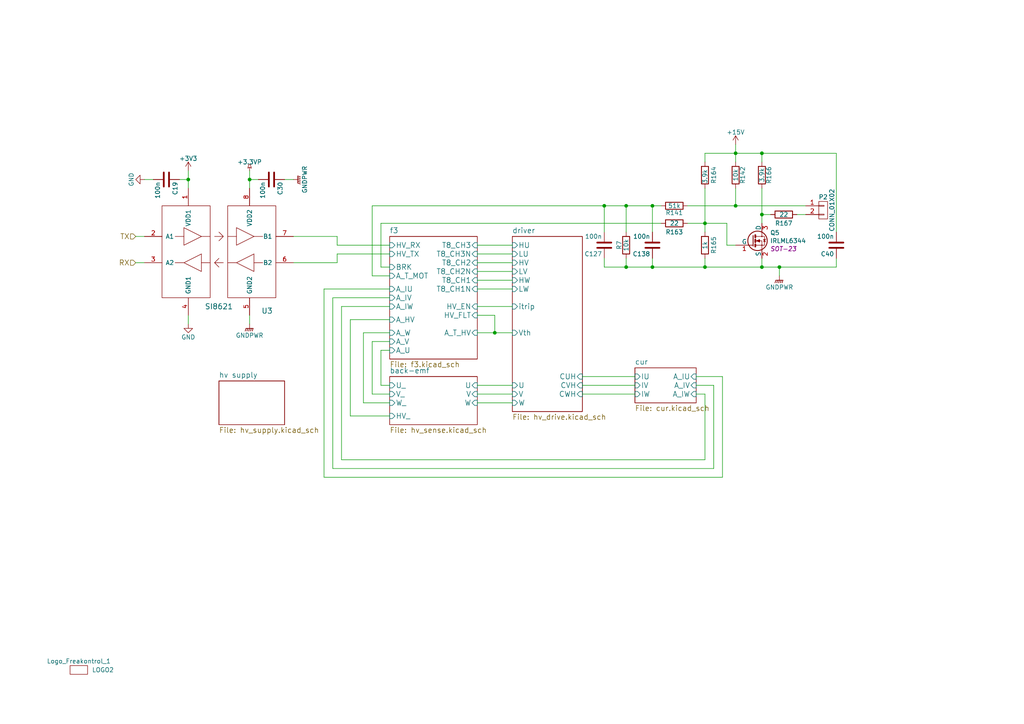
<source format=kicad_sch>
(kicad_sch (version 20231120) (generator "eeschema") (generator_version "8.0")
  (paper "A4")
  (lib_symbols
    (symbol "stmbl:+15V" (power) (pin_names (offset 0))
      (property "Value" "+15V" (at 0 3.556 0))
      (symbol "+15V_0_1"
        (polyline (pts (xy -0.762 1.27) (xy 0 2.54)))
        (polyline (pts (xy 0 0) (xy 0 2.54)))
        (polyline (pts (xy 0 2.54) (xy 0.762 1.27)))
      )
      (symbol "+15V_1_1"
        (pin power_in line (at 0 0 90) (length 0) hide (name "+15V") (number "1"))
      )
    )
    (symbol "stmbl:+3.3V" (power) (pin_names (offset 0))
      (property "Value" "+3.3V" (at 0 3.556 0))
      (symbol "+3.3V_0_1"
        (polyline (pts (xy -0.762 1.27) (xy 0 2.54)))
        (polyline (pts (xy 0 0) (xy 0 2.54)))
        (polyline (pts (xy 0 2.54) (xy 0.762 1.27)))
      )
      (symbol "+3.3V_1_1"
        (pin power_in line (at 0 0 90) (length 0) hide (name "+3V3") (number "1"))
      )
    )
    (symbol "stmbl:+3.3VP" (power) (pin_names (offset 0))
      (property "Value" "+3.3VP" (at 0 2.54 0))
      (symbol "+3.3VP_0_0"
        (pin power_in line (at 0 0 90) (length 0) hide (name "+3.3VP") (number "1"))
      )
      (symbol "+3.3VP_0_1"
        (polyline (pts (xy 0 0) (xy 0 1.016) (xy 0 1.016)))
        (polyline (pts (xy 0.508 0.762) (xy 0 1.016) (xy -0.508 0.762) (xy -0.254 1.778) (xy 0.254 1.778) (xy 0.508 0.762) (xy 0.508 0.762)))
      )
    )
    (symbol "stmbl:C" (pin_numbers hide) (pin_names (offset 0.254))
      (property "Reference" "C" (at 0.635 2.54 0))
      (property "Value" "C" (at 0.635 -2.54 0))
      (symbol "C_0_1"
        (polyline (pts (xy -2.032 -0.762) (xy 2.032 -0.762)) (stroke (width 0.508)))
        (polyline (pts (xy -2.032 0.762) (xy 2.032 0.762)) (stroke (width 0.508)))
      )
      (symbol "C_1_1"
        (pin passive line (at 0 3.81 270) (length 2.794) (name "~") (number "1"))
        (pin passive line (at 0 -3.81 90) (length 2.794) (name "~") (number "2"))
      )
    )
    (symbol "stmbl:CONN_01X02" (pin_names (offset 1.016) hide)
      (property "Reference" "P" (at 0 3.81 0))
      (property "Value" "CONN_01X02" (at 2.54 0 90))
      (symbol "CONN_01X02_0_1"
        (rectangle (start -1.27 -1.143) (end 0.254 -1.397))
        (rectangle (start -1.27 1.397) (end 0.254 1.143))
        (rectangle (start -1.27 2.54) (end 1.27 -2.54))
      )
      (symbol "CONN_01X02_1_1"
        (pin passive line (at -5.08 1.27 0) (length 3.81) (name "P1") (number "1"))
        (pin passive line (at -5.08 -1.27 0) (length 3.81) (name "P2") (number "2"))
      )
    )
    (symbol "stmbl:GND" (power) (pin_names (offset 0))
      (property "Value" "GND" (at 0 -3.81 0))
      (symbol "GND_0_1"
        (polyline (pts (xy 0 0) (xy 0 -1.27) (xy 1.27 -1.27) (xy 0 -2.54) (xy -1.27 -1.27) (xy 0 -1.27)))
      )
      (symbol "GND_1_1"
        (pin power_in line (at 0 0 270) (length 0) hide (name "GND") (number "1"))
      )
    )
    (symbol "stmbl:GNDPWR" (power) (pin_names (offset 0))
      (property "Value" "GNDPWR" (at 0 -3.302 0))
      (symbol "GNDPWR_0_1"
        (polyline (pts (xy 0 -1.27) (xy 0 0)))
        (polyline (pts (xy -1.016 -1.27) (xy -1.27 -2.032) (xy -1.27 -2.032)) (stroke (width 0.2032)))
        (polyline (pts (xy -0.508 -1.27) (xy -0.762 -2.032) (xy -0.762 -2.032)) (stroke (width 0.2032)))
        (polyline (pts (xy 0 -1.27) (xy -0.254 -2.032) (xy -0.254 -2.032)) (stroke (width 0.2032)))
        (polyline (pts (xy 0.508 -1.27) (xy 0.254 -2.032) (xy 0.254 -2.032)) (stroke (width 0.2032)))
        (polyline (pts (xy 1.016 -1.27) (xy -1.016 -1.27) (xy -1.016 -1.27)) (stroke (width 0.2032)))
        (polyline (pts (xy 1.016 -1.27) (xy 0.762 -2.032) (xy 0.762 -2.032) (xy 0.762 -2.032)) (stroke (width 0.2032)))
      )
      (symbol "GNDPWR_1_1"
        (pin power_in line (at 0 0 90) (length 0) hide (name "GNDPWR") (number "1"))
      )
    )
    (symbol "stmbl:Logo_Freakontrol_1"
      (property "Reference" "LOGO" (at 0 0 0))
      (symbol "Logo_Freakontrol_1_0_1"
        (rectangle (start -2.54 1.27) (end 2.54 -1.27))
      )
    )
    (symbol "stmbl:MMBF170" (pin_names (offset 0))
      (property "Reference" "Q" (at 5.08 1.905 0))
      (property "Value" "MMBF170" (at 5.08 0 0))
      (property "Footprint" "SOT-23" (at 5.08 -1.905 0))
      (symbol "MMBF170_0_1"
        (polyline (pts (xy 0.635 -1.016) (xy 0.635 -1.651)) (stroke (width 0.508)))
        (polyline (pts (xy 0.635 0.381) (xy 0.635 -0.381)) (stroke (width 0.508)))
        (polyline (pts (xy 0.635 1.651) (xy 0.635 1.016)) (stroke (width 0.508)))
        (polyline (pts (xy 3.048 0.381) (xy 2.921 0.254)))
        (polyline (pts (xy 3.048 0.381) (xy 3.556 0.381)))
        (polyline (pts (xy 3.556 0.381) (xy 3.683 0.508)))
        (polyline (pts (xy 0 1.524) (xy 0 -1.524) (xy 0 -1.524)) (stroke (width 0.254)))
        (polyline (pts (xy 0.762 -1.27) (xy 2.54 -1.27) (xy 2.54 -2.54) (xy 2.54 -2.54)))
        (polyline (pts (xy 0.762 1.27) (xy 2.54 1.27) (xy 2.54 2.54) (xy 2.54 2.54)))
        (polyline (pts (xy 2.54 1.27) (xy 3.302 1.27) (xy 3.302 -1.27) (xy 2.54 -1.27)))
        (polyline (pts (xy 3.302 0.381) (xy 3.048 -0.254) (xy 3.556 -0.254) (xy 3.302 0.381)) (fill (type outline)))
        (polyline (pts (xy 0.762 0) (xy 1.27 0) (xy 2.54 0) (xy 2.54 -1.27) (xy 2.54 -1.27)))
        (polyline (pts (xy 0.889 0) (xy 1.905 0.381) (xy 1.905 -0.381) (xy 0.889 0) (xy 1.016 0) (xy 1.016 0)) (fill (type outline)))
        (circle (center 1.27 0) (radius 2.8194) (stroke (width 0.254)))
        (circle (center 2.54 -1.27) (radius 0.127))
        (circle (center 2.54 1.27) (radius 0.127))
      )
      (symbol "MMBF170_1_1"
        (pin input line (at -5.08 -1.27 0) (length 5.08) (name "G") (number "1"))
        (pin passive line (at 2.54 -5.08 90) (length 2.54) (name "S") (number "2"))
        (pin passive line (at 2.54 5.08 270) (length 2.54) (name "D") (number "3"))
      )
    )
    (symbol "stmbl:R" (pin_numbers hide) (pin_names (offset 0))
      (property "Reference" "R" (at 2.032 0 90))
      (property "Value" "R" (at 0 0 90))
      (symbol "R_0_1"
        (rectangle (start -1.016 -2.54) (end 1.016 2.54) (stroke (width 0.254)))
      )
      (symbol "R_1_1"
        (pin passive line (at 0 3.81 270) (length 1.27) (name "~") (number "1"))
        (pin passive line (at 0 -3.81 90) (length 1.27) (name "~") (number "2"))
      )
    )
    (symbol "stmbl:SI8621" (pin_names (offset 1.016))
      (property "Reference" "U" (at 13.97 -17.78 0))
      (property "Value" "SI8621" (at 0 -16.51 0))
      (symbol "SI8621_0_1"
        (rectangle (start -16.51 12.7) (end -2.54 -13.97))
        (polyline (pts (xy -10.16 -3.81) (xy -12.7 -3.81)))
        (polyline (pts (xy -10.16 3.81) (xy -12.7 3.81)))
        (polyline (pts (xy -5.08 -3.81) (xy -2.54 -3.81)))
        (polyline (pts (xy -5.08 3.81) (xy -2.54 3.81)))
        (polyline (pts (xy -1.27 -3.81) (xy 0 -5.08)))
        (polyline (pts (xy 1.27 3.81) (xy 0 2.54)))
        (polyline (pts (xy 2.54 -3.81) (xy 5.08 -3.81)))
        (polyline (pts (xy 2.54 3.81) (xy 5.08 3.81)))
        (polyline (pts (xy 10.16 -3.81) (xy 12.7 -3.81)))
        (polyline (pts (xy 10.16 3.81) (xy 12.7 3.81)))
        (polyline (pts (xy -1.27 3.81) (xy 1.27 3.81) (xy 0 5.08)))
        (polyline (pts (xy 1.27 -3.81) (xy -1.27 -3.81) (xy 0 -2.54)))
        (polyline (pts (xy -10.16 6.35) (xy -5.08 3.81) (xy -10.16 1.27) (xy -10.16 6.35)))
        (polyline (pts (xy -5.08 -1.27) (xy -10.16 -3.81) (xy -5.08 -6.35) (xy -5.08 -1.27)))
        (polyline (pts (xy 5.08 6.35) (xy 10.16 3.81) (xy 5.08 1.27) (xy 5.08 6.35)))
        (polyline (pts (xy 10.16 -1.27) (xy 5.08 -3.81) (xy 10.16 -6.35) (xy 10.16 -1.27)))
        (rectangle (start 2.54 12.7) (end 16.51 -13.97))
      )
      (symbol "SI8621_1_1"
        (pin power_in line (at -8.89 17.78 270) (length 5.08) (name "VDD1") (number "1"))
        (pin input line (at -21.59 3.81 0) (length 5.08) (name "A1") (number "2"))
        (pin output line (at -21.59 -3.81 0) (length 5.08) (name "A2") (number "3"))
        (pin power_in line (at -8.89 -19.05 90) (length 5.08) (name "GND1") (number "4"))
        (pin power_in line (at 8.89 -19.05 90) (length 5.08) (name "GND2") (number "5"))
        (pin input line (at 21.59 -3.81 180) (length 5.08) (name "B2") (number "6"))
        (pin output line (at 21.59 3.81 180) (length 5.08) (name "B1") (number "7"))
        (pin power_in line (at 8.89 17.78 270) (length 5.08) (name "VDD2") (number "8"))
      )
    )
  )
  (junction (at 226.06 77.47))
  (junction (at 189.23 77.47))
  (junction (at 213.36 59.69))
  (junction (at 220.98 62.23))
  (junction (at 143.51 96.52))
  (junction (at 175.26 59.69))
  (junction (at 204.47 77.47))
  (junction (at 220.98 44.45))
  (junction (at 181.61 77.47))
  (junction (at 213.36 44.45))
  (junction (at 72.39 52.07))
  (junction (at 181.61 59.69))
  (junction (at 189.23 59.69))
  (junction (at 220.98 77.47))
  (junction (at 204.47 64.77))
  (junction (at 54.61 52.07))
  (wire (pts (xy 204.47 77.47) (xy 220.98 77.47)))
  (wire (pts (xy 213.36 44.45) (xy 204.47 44.45)))
  (wire (pts (xy 93.98 83.82) (xy 113.03 83.82)))
  (wire (pts (xy 138.43 116.84) (xy 148.59 116.84)))
  (wire (pts (xy 204.47 114.3) (xy 201.93 114.3)))
  (wire (pts (xy 210.82 71.12) (xy 213.36 71.12)))
  (wire (pts (xy 138.43 114.3) (xy 148.59 114.3)))
  (wire (pts (xy 138.43 76.2) (xy 148.59 76.2)))
  (wire (pts (xy 242.57 77.47) (xy 242.57 74.93)))
  (wire (pts (xy 204.47 44.45) (xy 204.47 46.99)))
  (wire (pts (xy 223.52 62.23) (xy 220.98 62.23)))
  (wire (pts (xy 220.98 74.93) (xy 220.98 77.47)))
  (wire (pts (xy 113.03 101.6) (xy 110.49 101.6)))
  (wire (pts (xy 138.43 111.76) (xy 148.59 111.76)))
  (wire (pts (xy 110.49 101.6) (xy 110.49 111.76)))
  (wire (pts (xy 213.36 59.69) (xy 233.68 59.69)))
  (wire (pts (xy 85.09 68.58) (xy 97.79 68.58)))
  (wire (pts (xy 105.41 96.52) (xy 105.41 116.84)))
  (wire (pts (xy 220.98 44.45) (xy 242.57 44.45)))
  (wire (pts (xy 213.36 44.45) (xy 213.36 46.99)))
  (wire (pts (xy 207.01 111.76) (xy 207.01 135.89)))
  (wire (pts (xy 107.95 59.69) (xy 175.26 59.69)))
  (wire (pts (xy 143.51 96.52) (xy 148.59 96.52)))
  (wire (pts (xy 110.49 77.47) (xy 110.49 64.77)))
  (wire (pts (xy 97.79 73.66) (xy 97.79 76.2)))
  (wire (pts (xy 107.95 114.3) (xy 107.95 99.06)))
  (wire (pts (xy 101.6 92.71) (xy 113.03 92.71)))
  (wire (pts (xy 107.95 99.06) (xy 113.03 99.06)))
  (wire (pts (xy 93.98 138.43) (xy 93.98 83.82)))
  (wire (pts (xy 209.55 138.43) (xy 93.98 138.43)))
  (wire (pts (xy 138.43 96.52) (xy 143.51 96.52)))
  (wire (pts (xy 97.79 71.12) (xy 113.03 71.12)))
  (wire (pts (xy 74.93 52.07) (xy 72.39 52.07)))
  (wire (pts (xy 97.79 68.58) (xy 97.79 71.12)))
  (wire (pts (xy 41.91 52.07) (xy 44.45 52.07)))
  (wire (pts (xy 101.6 120.65) (xy 101.6 92.71)))
  (wire (pts (xy 204.47 64.77) (xy 210.82 64.77)))
  (wire (pts (xy 143.51 91.44) (xy 143.51 96.52)))
  (wire (pts (xy 99.06 133.35) (xy 204.47 133.35)))
  (wire (pts (xy 52.07 52.07) (xy 54.61 52.07)))
  (wire (pts (xy 226.06 77.47) (xy 226.06 80.01)))
  (wire (pts (xy 220.98 46.99) (xy 220.98 44.45)))
  (wire (pts (xy 184.15 111.76) (xy 168.91 111.76)))
  (wire (pts (xy 175.26 59.69) (xy 181.61 59.69)))
  (wire (pts (xy 97.79 76.2) (xy 85.09 76.2)))
  (wire (pts (xy 220.98 77.47) (xy 226.06 77.47)))
  (wire (pts (xy 113.03 80.01) (xy 107.95 80.01)))
  (wire (pts (xy 138.43 78.74) (xy 148.59 78.74)))
  (wire (pts (xy 110.49 64.77) (xy 191.77 64.77)))
  (wire (pts (xy 168.91 109.22) (xy 184.15 109.22)))
  (wire (pts (xy 181.61 67.31) (xy 181.61 59.69)))
  (wire (pts (xy 72.39 49.53) (xy 72.39 52.07)))
  (wire (pts (xy 113.03 114.3) (xy 107.95 114.3)))
  (wire (pts (xy 175.26 77.47) (xy 181.61 77.47)))
  (wire (pts (xy 181.61 59.69) (xy 189.23 59.69)))
  (wire (pts (xy 54.61 93.98) (xy 54.61 91.44)))
  (wire (pts (xy 201.93 109.22) (xy 209.55 109.22)))
  (wire (pts (xy 220.98 62.23) (xy 220.98 64.77)))
  (wire (pts (xy 39.37 68.58) (xy 41.91 68.58)))
  (wire (pts (xy 233.68 62.23) (xy 231.14 62.23)))
  (wire (pts (xy 207.01 135.89) (xy 96.52 135.89)))
  (wire (pts (xy 107.95 80.01) (xy 107.95 59.69)))
  (wire (pts (xy 39.37 76.2) (xy 41.91 76.2)))
  (wire (pts (xy 113.03 73.66) (xy 97.79 73.66)))
  (wire (pts (xy 189.23 59.69) (xy 189.23 67.31)))
  (wire (pts (xy 138.43 81.28) (xy 148.59 81.28)))
  (wire (pts (xy 242.57 44.45) (xy 242.57 67.31)))
  (wire (pts (xy 204.47 54.61) (xy 204.47 64.77)))
  (wire (pts (xy 96.52 86.36) (xy 96.52 135.89)))
  (wire (pts (xy 220.98 54.61) (xy 220.98 62.23)))
  (wire (pts (xy 113.03 96.52) (xy 105.41 96.52)))
  (wire (pts (xy 82.55 52.07) (xy 85.09 52.07)))
  (wire (pts (xy 199.39 59.69) (xy 213.36 59.69)))
  (wire (pts (xy 189.23 77.47) (xy 204.47 77.47)))
  (wire (pts (xy 148.59 88.9) (xy 138.43 88.9)))
  (wire (pts (xy 72.39 52.07) (xy 72.39 54.61)))
  (wire (pts (xy 181.61 74.93) (xy 181.61 77.47)))
  (wire (pts (xy 204.47 67.31) (xy 204.47 64.77)))
  (wire (pts (xy 138.43 91.44) (xy 143.51 91.44)))
  (wire (pts (xy 72.39 93.98) (xy 72.39 91.44)))
  (wire (pts (xy 175.26 74.93) (xy 175.26 77.47)))
  (wire (pts (xy 213.36 41.91) (xy 213.36 44.45)))
  (wire (pts (xy 204.47 133.35) (xy 204.47 114.3)))
  (wire (pts (xy 54.61 52.07) (xy 54.61 54.61)))
  (wire (pts (xy 138.43 73.66) (xy 148.59 73.66)))
  (wire (pts (xy 201.93 111.76) (xy 207.01 111.76)))
  (wire (pts (xy 210.82 64.77) (xy 210.82 71.12)))
  (wire (pts (xy 113.03 77.47) (xy 110.49 77.47)))
  (wire (pts (xy 175.26 67.31) (xy 175.26 59.69)))
  (wire (pts (xy 213.36 44.45) (xy 220.98 44.45)))
  (wire (pts (xy 138.43 83.82) (xy 148.59 83.82)))
  (wire (pts (xy 199.39 64.77) (xy 204.47 64.77)))
  (wire (pts (xy 105.41 116.84) (xy 113.03 116.84)))
  (wire (pts (xy 113.03 120.65) (xy 101.6 120.65)))
  (wire (pts (xy 209.55 109.22) (xy 209.55 138.43)))
  (wire (pts (xy 181.61 77.47) (xy 189.23 77.47)))
  (wire (pts (xy 213.36 54.61) (xy 213.36 59.69)))
  (wire (pts (xy 99.06 88.9) (xy 113.03 88.9)))
  (wire (pts (xy 99.06 133.35) (xy 99.06 88.9)))
  (wire (pts (xy 113.03 86.36) (xy 96.52 86.36)))
  (wire (pts (xy 189.23 74.93) (xy 189.23 77.47)))
  (wire (pts (xy 168.91 114.3) (xy 184.15 114.3)))
  (wire (pts (xy 226.06 77.47) (xy 242.57 77.47)))
  (wire (pts (xy 204.47 74.93) (xy 204.47 77.47)))
  (wire (pts (xy 138.43 71.12) (xy 148.59 71.12)))
  (wire (pts (xy 189.23 59.69) (xy 191.77 59.69)))
  (wire (pts (xy 110.49 111.76) (xy 113.03 111.76)))
  (wire (pts (xy 54.61 49.53) (xy 54.61 52.07)))
  (hierarchical_label "TX" (shape input) (at 39.37 68.58 180) (effects (font (size 1.524 1.524))))
  (hierarchical_label "RX" (shape input) (at 39.37 76.2 180) (effects (font (size 1.524 1.524))))
  (symbol (lib_id "stmbl:SI8621") (at 63.5 72.39 0) (unit 1)
    (property "Reference" "U3" (at 77.47 90.17 0) (effects (font (size 1.524 1.524))))
    (property "Value" "SI8621" (at 63.5 88.9 0) (effects (font (size 1.524 1.524))))
    (property "Footprint" "stmbl:SOIC-8-N" (effects (hide yes)))
    (property "Manufacturer No" "Si8621BB-B-IS" (effects (hide yes)))
    (property "Voltage" " " (effects (hide yes)))
    (property "Source" " " (effects (hide yes)))
    (property "Manufacturer" "Silicon Labs" (effects (hide yes)))
  )
  (symbol (lib_id "stmbl:GND") (at 54.61 93.98 0) (unit 1)
    (property "Reference" "#PWR01" (effects (hide yes)))
    (property "Value" "GND" (at 54.61 97.79 0))
  )
  (symbol (lib_id "stmbl:GNDPWR") (at 72.39 93.98 0) (unit 1)
    (property "Reference" "#PWR02" (effects (hide yes)))
    (property "Value" "GNDPWR" (at 72.39 97.282 0))
  )
  (symbol (lib_id "stmbl:+3.3V") (at 54.61 49.53 0) (unit 1)
    (property "Reference" "#PWR03" (effects (hide yes)))
    (property "Value" "+3V3" (at 54.61 45.974 0))
  )
  (symbol (lib_id "stmbl:+3.3VP") (at 72.39 49.53 0) (unit 1)
    (property "Reference" "#PWR04" (effects (hide yes)))
    (property "Value" "+3.3VP" (at 72.39 46.99 0))
  )
  (symbol (lib_id "stmbl:C") (at 48.26 52.07 270) (unit 1)
    (property "Reference" "C19" (at 50.8 52.705 0) (effects (justify left)))
    (property "Value" "100n" (at 45.72 52.705 0) (effects (justify left)))
    (property "Footprint" "stmbl:C_0603" (effects (hide yes)))
    (property "Voltage" "50V" (effects (hide yes)))
    (property "Tolerance" "X5R" (effects (hide yes)))
  )
  (symbol (lib_id "stmbl:C") (at 78.74 52.07 270) (unit 1)
    (property "Reference" "C30" (at 81.28 52.705 0) (effects (justify left)))
    (property "Value" "100n" (at 76.2 52.705 0) (effects (justify left)))
    (property "Footprint" "stmbl:C_0603" (effects (hide yes)))
    (property "Voltage" "50V" (effects (hide yes)))
    (property "Tolerance" "X5R" (effects (hide yes)))
  )
  (symbol (lib_id "stmbl:GND") (at 41.91 52.07 270) (unit 1)
    (property "Reference" "#PWR05" (effects (hide yes)))
    (property "Value" "GND" (at 38.1 52.07 0))
  )
  (symbol (lib_id "stmbl:GNDPWR") (at 85.09 52.07 90) (unit 1)
    (property "Reference" "#PWR06" (effects (hide yes)))
    (property "Value" "GNDPWR" (at 88.392 52.07 0))
  )
  (symbol (lib_id "stmbl:CONN_01X02") (at 238.76 60.96 0) (unit 1)
    (property "Reference" "P2" (at 238.76 57.15 0))
    (property "Value" "CONN_01X02" (at 241.3 60.96 90))
    (property "Footprint" "stmbl:RM3.5_1x2" (effects (hide yes)))
    (property "Manufacturer No" "1844210" (effects (hide yes)))
    (property "Manufacturer" "Phoenix" (effects (hide yes)))
  )
  (symbol (lib_id "stmbl:+15V") (at 213.36 41.91 0) (unit 1)
    (property "Reference" "#PWR09" (effects (hide yes)))
    (property "Value" "+15V" (at 213.36 38.354 0))
  )
  (symbol (lib_id "stmbl:R") (at 213.36 50.8 0) (unit 1)
    (property "Reference" "R142" (at 215.392 50.8 90))
    (property "Value" "10k" (at 213.36 50.8 90))
    (property "Footprint" "stmbl:R_0603" (effects (hide yes)))
    (property "Tolerance" "1%" (effects (hide yes)))
  )
  (symbol (lib_id "stmbl:C") (at 175.26 71.12 180) (unit 1)
    (property "Reference" "C127" (at 174.625 73.66 0) (effects (justify left)))
    (property "Value" "100n" (at 174.625 68.58 0) (effects (justify left)))
    (property "Footprint" "stmbl:C_0603" (effects (hide yes)))
    (property "Voltage" "50V" (effects (hide yes)))
    (property "Tolerance" "X5R" (effects (hide yes)))
  )
  (symbol (lib_id "stmbl:R") (at 195.58 59.69 270) (unit 1)
    (property "Reference" "R141" (at 195.58 61.722 90))
    (property "Value" "51k" (at 195.58 59.69 90))
    (property "Footprint" "stmbl:R_0603" (effects (hide yes)))
    (property "Tolerance" "1%" (effects (hide yes)))
  )
  (symbol (lib_id "stmbl:R") (at 181.61 71.12 180) (unit 1)
    (property "Reference" "R7" (at 179.578 71.12 90))
    (property "Value" "10k" (at 181.61 71.12 90))
    (property "Footprint" "stmbl:R_0603" (effects (hide yes)))
    (property "Tolerance" "1%" (effects (hide yes)))
  )
  (symbol (lib_id "stmbl:GNDPWR") (at 226.06 80.01 0) (unit 1)
    (property "Reference" "#PWR010" (effects (hide yes)))
    (property "Value" "GNDPWR" (at 226.06 83.312 0))
  )
  (symbol (lib_id "stmbl:C") (at 189.23 71.12 180) (unit 1)
    (property "Reference" "C138" (at 188.595 73.66 0) (effects (justify left)))
    (property "Value" "100n" (at 188.595 68.58 0) (effects (justify left)))
    (property "Footprint" "stmbl:C_0603" (effects (hide yes)))
    (property "Voltage" "50V" (effects (hide yes)))
    (property "Tolerance" "X5R" (effects (hide yes)))
  )
  (symbol (lib_id "stmbl:C") (at 242.57 71.12 180) (unit 1)
    (property "Reference" "C40" (at 241.935 73.66 0) (effects (justify left)))
    (property "Value" "100n" (at 241.935 68.58 0) (effects (justify left)))
    (property "Footprint" "stmbl:C_0603" (effects (hide yes)))
    (property "Voltage" "50V" (effects (hide yes)))
    (property "Tolerance" "X5R" (effects (hide yes)))
  )
  (symbol (lib_id "stmbl:MMBF170") (at 218.44 69.85 0) (unit 1)
    (property "Reference" "Q5" (at 223.3676 67.5132 0) (effects (justify left)))
    (property "Value" "IRLML6344" (at 223.3676 69.85 0) (effects (justify left)))
    (property "Footprint" "SOT-23" (at 223.3676 72.1868 0) (effects (font (italic yes)) (justify left)))
    (property "Manufacturer No" "IRLML6344TRPBF" (effects (hide yes)))
    (property "Manufacturer" "Infineon" (effects (hide yes)))
  )
  (symbol (lib_id "stmbl:R") (at 195.58 64.77 90) (unit 1)
    (property "Reference" "R163" (at 195.58 67.31 90))
    (property "Value" "22" (at 195.58 64.77 90))
    (property "Footprint" "stmbl:R_0603" (effects (hide yes)))
    (property "Tolerance" "1%" (effects (hide yes)))
  )
  (symbol (lib_id "stmbl:R") (at 204.47 50.8 0) (unit 1)
    (property "Reference" "R164" (at 207.01 53.34 90) (effects (justify left)))
    (property "Value" "3.9k" (at 204.47 53.34 90) (effects (justify left)))
    (property "Footprint" "stmbl:R_0603" (effects (hide yes)))
    (property "Tolerance" "1%" (effects (hide yes)))
  )
  (symbol (lib_id "stmbl:R") (at 204.47 71.12 0) (unit 1)
    (property "Reference" "R165" (at 207.01 73.66 90) (effects (justify left)))
    (property "Value" "1k" (at 204.47 72.39 90) (effects (justify left)))
    (property "Footprint" "stmbl:R_0603" (effects (hide yes)))
    (property "Tolerance" "1%" (effects (hide yes)))
  )
  (symbol (lib_id "stmbl:R") (at 220.98 50.8 0) (unit 1)
    (property "Reference" "R166" (at 223.012 50.8 90))
    (property "Value" "3.9k" (at 220.98 50.8 90))
    (property "Footprint" "stmbl:R_0603" (effects (hide yes)))
    (property "Tolerance" "1%" (effects (hide yes)))
  )
  (symbol (lib_id "stmbl:R") (at 227.33 62.23 90) (unit 1)
    (property "Reference" "R167" (at 227.33 64.77 90))
    (property "Value" "22" (at 227.33 62.23 90))
    (property "Footprint" "stmbl:R_0603" (effects (hide yes)))
    (property "Tolerance" "1%" (effects (hide yes)))
  )
  (symbol (lib_id "stmbl:Logo_Freakontrol_1") (at 22.86 194.31 0) (unit 1)
    (property "Reference" "LOGO2" (at 26.67 194.31 0) (effects (justify left)))
    (property "Value" "Logo_Freakontrol_1" (at 22.86 191.77 0))
    (property "Footprint" "stmbl:Logo_Freakontrol_1" (effects (hide yes)))
  )
  (sheet (at 113.03 68.58) (size 25.4 35.56)
    (property "Sheetname" "f3" (at 113.03 67.7414 0) (effects (font (size 1.524 1.524)) (justify left bottom)))
    (property "Sheetfile" "f3.kicad_sch" (at 113.03 104.8262 0) (effects (font (size 1.524 1.524)) (justify left top)))
    (pin "HV_TX" input (at 113.03 73.66 180) (effects (font (size 1.524 1.524))))
    (pin "HV_RX" input (at 113.03 71.12 180) (effects (font (size 1.524 1.524))))
    (pin "A_HV" input (at 113.03 92.71 180) (effects (font (size 1.524 1.524))))
    (pin "A_U" input (at 113.03 101.6 180) (effects (font (size 1.524 1.524))))
    (pin "A_V" input (at 113.03 99.06 180) (effects (font (size 1.524 1.524))))
    (pin "A_W" input (at 113.03 96.52 180) (effects (font (size 1.524 1.524))))
    (pin "A_T_HV" input (at 138.43 96.52 0) (effects (font (size 1.524 1.524))))
    (pin "HV_EN" input (at 138.43 88.9 0) (effects (font (size 1.524 1.524))))
    (pin "HV_FLT" input (at 138.43 91.44 0) (effects (font (size 1.524 1.524))))
    (pin "A_IU" input (at 113.03 83.82 180) (effects (font (size 1.524 1.524))))
    (pin "A_IV" input (at 113.03 86.36 180) (effects (font (size 1.524 1.524))))
    (pin "A_IW" input (at 113.03 88.9 180) (effects (font (size 1.524 1.524))))
    (pin "A_T_MOT" input (at 113.03 80.01 180) (effects (font (size 1.524 1.524))))
    (pin "T8_CH3" input (at 138.43 71.12 0) (effects (font (size 1.524 1.524))))
    (pin "T8_CH2" input (at 138.43 76.2 0) (effects (font (size 1.524 1.524))))
    (pin "T8_CH1" input (at 138.43 81.28 0) (effects (font (size 1.524 1.524))))
    (pin "T8_CH3N" input (at 138.43 73.66 0) (effects (font (size 1.524 1.524))))
    (pin "T8_CH2N" input (at 138.43 78.74 0) (effects (font (size 1.524 1.524))))
    (pin "T8_CH1N" input (at 138.43 83.82 0) (effects (font (size 1.524 1.524))))
    (pin "BRK" input (at 113.03 77.47 180) (effects (font (size 1.524 1.524))))
  )
  (sheet (at 63.5 110.49) (size 19.05 12.7)
    (property "Sheetname" "hv supply" (at 63.5 109.6514 0) (effects (font (size 1.524 1.524)) (justify left bottom)))
    (property "Sheetfile" "hv_supply.kicad_sch" (at 63.5 123.8762 0) (effects (font (size 1.524 1.524)) (justify left top)))
  )
  (sheet (at 113.03 109.22) (size 25.4 13.97)
    (property "Sheetname" "back-emf" (at 113.03 108.3814 0) (effects (font (size 1.524 1.524)) (justify left bottom)))
    (property "Sheetfile" "hv_sense.kicad_sch" (at 113.03 123.8762 0) (effects (font (size 1.524 1.524)) (justify left top)))
    (pin "U" input (at 138.43 111.76 0) (effects (font (size 1.524 1.524))))
    (pin "U_" input (at 113.03 111.76 180) (effects (font (size 1.524 1.524))))
    (pin "V" input (at 138.43 114.3 0) (effects (font (size 1.524 1.524))))
    (pin "V_" input (at 113.03 114.3 180) (effects (font (size 1.524 1.524))))
    (pin "W" input (at 138.43 116.84 0) (effects (font (size 1.524 1.524))))
    (pin "W_" input (at 113.03 116.84 180) (effects (font (size 1.524 1.524))))
    (pin "HV_" input (at 113.03 120.65 180) (effects (font (size 1.524 1.524))))
  )
  (sheet (at 148.59 68.58) (size 20.32 50.8)
    (property "Sheetname" "driver" (at 148.59 67.7414 0) (effects (font (size 1.524 1.524)) (justify left bottom)))
    (property "Sheetfile" "hv_drive.kicad_sch" (at 148.59 120.0662 0) (effects (font (size 1.524 1.524)) (justify left top)))
    (pin "W" input (at 148.59 116.84 180) (effects (font (size 1.524 1.524))))
    (pin "V" input (at 148.59 114.3 180) (effects (font (size 1.524 1.524))))
    (pin "U" input (at 148.59 111.76 180) (effects (font (size 1.524 1.524))))
    (pin "Vth" input (at 148.59 96.52 180) (effects (font (size 1.524 1.524))))
    (pin "HU" input (at 148.59 71.12 180) (effects (font (size 1.524 1.524))))
    (pin "LU" input (at 148.59 73.66 180) (effects (font (size 1.524 1.524))))
    (pin "HV" input (at 148.59 76.2 180) (effects (font (size 1.524 1.524))))
    (pin "LV" input (at 148.59 78.74 180) (effects (font (size 1.524 1.524))))
    (pin "HW" input (at 148.59 81.28 180) (effects (font (size 1.524 1.524))))
    (pin "LW" input (at 148.59 83.82 180) (effects (font (size 1.524 1.524))))
    (pin "itrip" input (at 148.59 88.9 180) (effects (font (size 1.524 1.524))))
    (pin "CUH" input (at 168.91 109.22 0) (effects (font (size 1.524 1.524))))
    (pin "CVH" input (at 168.91 111.76 0) (effects (font (size 1.524 1.524))))
    (pin "CWH" input (at 168.91 114.3 0) (effects (font (size 1.524 1.524))))
  )
  (sheet (at 184.15 106.68) (size 17.78 10.16)
    (property "Sheetname" "cur" (at 184.15 105.8414 0) (effects (font (size 1.524 1.524)) (justify left bottom)))
    (property "Sheetfile" "cur.kicad_sch" (at 184.15 117.5262 0) (effects (font (size 1.524 1.524)) (justify left top)))
    (pin "IU" input (at 184.15 109.22 180) (effects (font (size 1.524 1.524))))
    (pin "IV" input (at 184.15 111.76 180) (effects (font (size 1.524 1.524))))
    (pin "IW" input (at 184.15 114.3 180) (effects (font (size 1.524 1.524))))
    (pin "A_IU" input (at 201.93 109.22 0) (effects (font (size 1.524 1.524))))
    (pin "A_IV" input (at 201.93 111.76 0) (effects (font (size 1.524 1.524))))
    (pin "A_IW" input (at 201.93 114.3 0) (effects (font (size 1.524 1.524))))
  )
)
</source>
